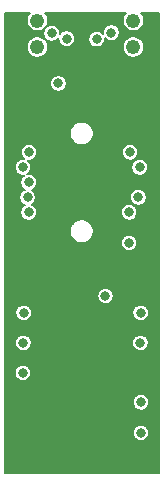
<source format=gbr>
G04 #@! TF.GenerationSoftware,KiCad,Pcbnew,(5.1.10)-1*
G04 #@! TF.CreationDate,2021-10-26T18:23:48-05:00*
G04 #@! TF.ProjectId,samtec_dbg,73616d74-6563-45f6-9462-672e6b696361,rev?*
G04 #@! TF.SameCoordinates,Original*
G04 #@! TF.FileFunction,Copper,L3,Inr*
G04 #@! TF.FilePolarity,Positive*
%FSLAX46Y46*%
G04 Gerber Fmt 4.6, Leading zero omitted, Abs format (unit mm)*
G04 Created by KiCad (PCBNEW (5.1.10)-1) date 2021-10-26 18:23:48*
%MOMM*%
%LPD*%
G01*
G04 APERTURE LIST*
G04 #@! TA.AperFunction,ComponentPad*
%ADD10C,1.218000*%
G04 #@! TD*
G04 #@! TA.AperFunction,ViaPad*
%ADD11C,0.800000*%
G04 #@! TD*
G04 #@! TA.AperFunction,Conductor*
%ADD12C,0.200000*%
G04 #@! TD*
G04 #@! TA.AperFunction,Conductor*
%ADD13C,0.100000*%
G04 #@! TD*
G04 APERTURE END LIST*
D10*
X114364500Y-101175000D03*
X106235500Y-101175000D03*
X114364500Y-103425000D03*
X106235500Y-103425000D03*
D11*
X104000000Y-103000000D03*
X104000000Y-106000000D03*
X115000000Y-107000000D03*
X115000000Y-109000000D03*
X112000000Y-120000000D03*
X110000000Y-121000000D03*
X114000000Y-138000000D03*
X106000000Y-138000000D03*
X105080000Y-125920000D03*
X105525014Y-112330000D03*
X112500000Y-102200000D03*
X114070000Y-112330000D03*
X114980000Y-125920000D03*
X105040000Y-128460000D03*
X105004444Y-113595556D03*
X111252500Y-102752500D03*
X114900000Y-113600000D03*
X114960000Y-128460000D03*
X105000000Y-131000000D03*
X105500000Y-114870000D03*
X109982500Y-102217500D03*
X113970000Y-114870000D03*
X115000000Y-131000000D03*
X105400000Y-116140000D03*
X108712500Y-102712500D03*
X115000000Y-133500000D03*
X114779989Y-116140000D03*
X112000000Y-124500000D03*
X105500000Y-117410000D03*
X108000000Y-106500000D03*
X107442500Y-102257500D03*
X114000000Y-117410000D03*
X115000000Y-136080000D03*
X114000000Y-120000000D03*
X108100000Y-118700000D03*
X107800000Y-110900000D03*
X107200000Y-105400000D03*
X104000000Y-109100000D03*
X104900000Y-121300000D03*
X107800000Y-123600000D03*
D12*
X105529434Y-100595546D02*
X105429955Y-100744427D01*
X105361433Y-100909855D01*
X105326500Y-101085471D01*
X105326500Y-101264529D01*
X105361433Y-101440145D01*
X105429955Y-101605573D01*
X105529434Y-101754454D01*
X105656046Y-101881066D01*
X105804927Y-101980545D01*
X105970355Y-102049067D01*
X106145971Y-102084000D01*
X106325029Y-102084000D01*
X106500645Y-102049067D01*
X106666073Y-101980545D01*
X106814954Y-101881066D01*
X106941566Y-101754454D01*
X107041045Y-101605573D01*
X107109567Y-101440145D01*
X107144500Y-101264529D01*
X107144500Y-101085471D01*
X107109567Y-100909855D01*
X107041045Y-100744427D01*
X106941566Y-100595546D01*
X106846020Y-100500000D01*
X113753980Y-100500000D01*
X113658434Y-100595546D01*
X113558955Y-100744427D01*
X113490433Y-100909855D01*
X113455500Y-101085471D01*
X113455500Y-101264529D01*
X113490433Y-101440145D01*
X113558955Y-101605573D01*
X113658434Y-101754454D01*
X113785046Y-101881066D01*
X113933927Y-101980545D01*
X114099355Y-102049067D01*
X114274971Y-102084000D01*
X114454029Y-102084000D01*
X114629645Y-102049067D01*
X114795073Y-101980545D01*
X114943954Y-101881066D01*
X115070566Y-101754454D01*
X115170045Y-101605573D01*
X115238567Y-101440145D01*
X115273500Y-101264529D01*
X115273500Y-101085471D01*
X115238567Y-100909855D01*
X115170045Y-100744427D01*
X115070566Y-100595546D01*
X114975020Y-100500000D01*
X116500000Y-100500000D01*
X116500000Y-139500000D01*
X103500000Y-139500000D01*
X103500000Y-136011056D01*
X114300000Y-136011056D01*
X114300000Y-136148944D01*
X114326901Y-136284182D01*
X114379668Y-136411574D01*
X114456274Y-136526224D01*
X114553776Y-136623726D01*
X114668426Y-136700332D01*
X114795818Y-136753099D01*
X114931056Y-136780000D01*
X115068944Y-136780000D01*
X115204182Y-136753099D01*
X115331574Y-136700332D01*
X115446224Y-136623726D01*
X115543726Y-136526224D01*
X115620332Y-136411574D01*
X115673099Y-136284182D01*
X115700000Y-136148944D01*
X115700000Y-136011056D01*
X115673099Y-135875818D01*
X115620332Y-135748426D01*
X115543726Y-135633776D01*
X115446224Y-135536274D01*
X115331574Y-135459668D01*
X115204182Y-135406901D01*
X115068944Y-135380000D01*
X114931056Y-135380000D01*
X114795818Y-135406901D01*
X114668426Y-135459668D01*
X114553776Y-135536274D01*
X114456274Y-135633776D01*
X114379668Y-135748426D01*
X114326901Y-135875818D01*
X114300000Y-136011056D01*
X103500000Y-136011056D01*
X103500000Y-133431056D01*
X114300000Y-133431056D01*
X114300000Y-133568944D01*
X114326901Y-133704182D01*
X114379668Y-133831574D01*
X114456274Y-133946224D01*
X114553776Y-134043726D01*
X114668426Y-134120332D01*
X114795818Y-134173099D01*
X114931056Y-134200000D01*
X115068944Y-134200000D01*
X115204182Y-134173099D01*
X115331574Y-134120332D01*
X115446224Y-134043726D01*
X115543726Y-133946224D01*
X115620332Y-133831574D01*
X115673099Y-133704182D01*
X115700000Y-133568944D01*
X115700000Y-133431056D01*
X115673099Y-133295818D01*
X115620332Y-133168426D01*
X115543726Y-133053776D01*
X115446224Y-132956274D01*
X115331574Y-132879668D01*
X115204182Y-132826901D01*
X115068944Y-132800000D01*
X114931056Y-132800000D01*
X114795818Y-132826901D01*
X114668426Y-132879668D01*
X114553776Y-132956274D01*
X114456274Y-133053776D01*
X114379668Y-133168426D01*
X114326901Y-133295818D01*
X114300000Y-133431056D01*
X103500000Y-133431056D01*
X103500000Y-130931056D01*
X104300000Y-130931056D01*
X104300000Y-131068944D01*
X104326901Y-131204182D01*
X104379668Y-131331574D01*
X104456274Y-131446224D01*
X104553776Y-131543726D01*
X104668426Y-131620332D01*
X104795818Y-131673099D01*
X104931056Y-131700000D01*
X105068944Y-131700000D01*
X105204182Y-131673099D01*
X105331574Y-131620332D01*
X105446224Y-131543726D01*
X105543726Y-131446224D01*
X105620332Y-131331574D01*
X105673099Y-131204182D01*
X105700000Y-131068944D01*
X105700000Y-130931056D01*
X105673099Y-130795818D01*
X105620332Y-130668426D01*
X105543726Y-130553776D01*
X105446224Y-130456274D01*
X105331574Y-130379668D01*
X105204182Y-130326901D01*
X105068944Y-130300000D01*
X104931056Y-130300000D01*
X104795818Y-130326901D01*
X104668426Y-130379668D01*
X104553776Y-130456274D01*
X104456274Y-130553776D01*
X104379668Y-130668426D01*
X104326901Y-130795818D01*
X104300000Y-130931056D01*
X103500000Y-130931056D01*
X103500000Y-128391056D01*
X104340000Y-128391056D01*
X104340000Y-128528944D01*
X104366901Y-128664182D01*
X104419668Y-128791574D01*
X104496274Y-128906224D01*
X104593776Y-129003726D01*
X104708426Y-129080332D01*
X104835818Y-129133099D01*
X104971056Y-129160000D01*
X105108944Y-129160000D01*
X105244182Y-129133099D01*
X105371574Y-129080332D01*
X105486224Y-129003726D01*
X105583726Y-128906224D01*
X105660332Y-128791574D01*
X105713099Y-128664182D01*
X105740000Y-128528944D01*
X105740000Y-128391056D01*
X114260000Y-128391056D01*
X114260000Y-128528944D01*
X114286901Y-128664182D01*
X114339668Y-128791574D01*
X114416274Y-128906224D01*
X114513776Y-129003726D01*
X114628426Y-129080332D01*
X114755818Y-129133099D01*
X114891056Y-129160000D01*
X115028944Y-129160000D01*
X115164182Y-129133099D01*
X115291574Y-129080332D01*
X115406224Y-129003726D01*
X115503726Y-128906224D01*
X115580332Y-128791574D01*
X115633099Y-128664182D01*
X115660000Y-128528944D01*
X115660000Y-128391056D01*
X115633099Y-128255818D01*
X115580332Y-128128426D01*
X115503726Y-128013776D01*
X115406224Y-127916274D01*
X115291574Y-127839668D01*
X115164182Y-127786901D01*
X115028944Y-127760000D01*
X114891056Y-127760000D01*
X114755818Y-127786901D01*
X114628426Y-127839668D01*
X114513776Y-127916274D01*
X114416274Y-128013776D01*
X114339668Y-128128426D01*
X114286901Y-128255818D01*
X114260000Y-128391056D01*
X105740000Y-128391056D01*
X105713099Y-128255818D01*
X105660332Y-128128426D01*
X105583726Y-128013776D01*
X105486224Y-127916274D01*
X105371574Y-127839668D01*
X105244182Y-127786901D01*
X105108944Y-127760000D01*
X104971056Y-127760000D01*
X104835818Y-127786901D01*
X104708426Y-127839668D01*
X104593776Y-127916274D01*
X104496274Y-128013776D01*
X104419668Y-128128426D01*
X104366901Y-128255818D01*
X104340000Y-128391056D01*
X103500000Y-128391056D01*
X103500000Y-125851056D01*
X104380000Y-125851056D01*
X104380000Y-125988944D01*
X104406901Y-126124182D01*
X104459668Y-126251574D01*
X104536274Y-126366224D01*
X104633776Y-126463726D01*
X104748426Y-126540332D01*
X104875818Y-126593099D01*
X105011056Y-126620000D01*
X105148944Y-126620000D01*
X105284182Y-126593099D01*
X105411574Y-126540332D01*
X105526224Y-126463726D01*
X105623726Y-126366224D01*
X105700332Y-126251574D01*
X105753099Y-126124182D01*
X105780000Y-125988944D01*
X105780000Y-125851056D01*
X114280000Y-125851056D01*
X114280000Y-125988944D01*
X114306901Y-126124182D01*
X114359668Y-126251574D01*
X114436274Y-126366224D01*
X114533776Y-126463726D01*
X114648426Y-126540332D01*
X114775818Y-126593099D01*
X114911056Y-126620000D01*
X115048944Y-126620000D01*
X115184182Y-126593099D01*
X115311574Y-126540332D01*
X115426224Y-126463726D01*
X115523726Y-126366224D01*
X115600332Y-126251574D01*
X115653099Y-126124182D01*
X115680000Y-125988944D01*
X115680000Y-125851056D01*
X115653099Y-125715818D01*
X115600332Y-125588426D01*
X115523726Y-125473776D01*
X115426224Y-125376274D01*
X115311574Y-125299668D01*
X115184182Y-125246901D01*
X115048944Y-125220000D01*
X114911056Y-125220000D01*
X114775818Y-125246901D01*
X114648426Y-125299668D01*
X114533776Y-125376274D01*
X114436274Y-125473776D01*
X114359668Y-125588426D01*
X114306901Y-125715818D01*
X114280000Y-125851056D01*
X105780000Y-125851056D01*
X105753099Y-125715818D01*
X105700332Y-125588426D01*
X105623726Y-125473776D01*
X105526224Y-125376274D01*
X105411574Y-125299668D01*
X105284182Y-125246901D01*
X105148944Y-125220000D01*
X105011056Y-125220000D01*
X104875818Y-125246901D01*
X104748426Y-125299668D01*
X104633776Y-125376274D01*
X104536274Y-125473776D01*
X104459668Y-125588426D01*
X104406901Y-125715818D01*
X104380000Y-125851056D01*
X103500000Y-125851056D01*
X103500000Y-124431056D01*
X111300000Y-124431056D01*
X111300000Y-124568944D01*
X111326901Y-124704182D01*
X111379668Y-124831574D01*
X111456274Y-124946224D01*
X111553776Y-125043726D01*
X111668426Y-125120332D01*
X111795818Y-125173099D01*
X111931056Y-125200000D01*
X112068944Y-125200000D01*
X112204182Y-125173099D01*
X112331574Y-125120332D01*
X112446224Y-125043726D01*
X112543726Y-124946224D01*
X112620332Y-124831574D01*
X112673099Y-124704182D01*
X112700000Y-124568944D01*
X112700000Y-124431056D01*
X112673099Y-124295818D01*
X112620332Y-124168426D01*
X112543726Y-124053776D01*
X112446224Y-123956274D01*
X112331574Y-123879668D01*
X112204182Y-123826901D01*
X112068944Y-123800000D01*
X111931056Y-123800000D01*
X111795818Y-123826901D01*
X111668426Y-123879668D01*
X111553776Y-123956274D01*
X111456274Y-124053776D01*
X111379668Y-124168426D01*
X111326901Y-124295818D01*
X111300000Y-124431056D01*
X103500000Y-124431056D01*
X103500000Y-118900524D01*
X108990000Y-118900524D01*
X108990000Y-119099476D01*
X109028814Y-119294606D01*
X109104950Y-119478414D01*
X109215482Y-119643837D01*
X109356163Y-119784518D01*
X109521586Y-119895050D01*
X109705394Y-119971186D01*
X109900524Y-120010000D01*
X110099476Y-120010000D01*
X110294606Y-119971186D01*
X110391488Y-119931056D01*
X113300000Y-119931056D01*
X113300000Y-120068944D01*
X113326901Y-120204182D01*
X113379668Y-120331574D01*
X113456274Y-120446224D01*
X113553776Y-120543726D01*
X113668426Y-120620332D01*
X113795818Y-120673099D01*
X113931056Y-120700000D01*
X114068944Y-120700000D01*
X114204182Y-120673099D01*
X114331574Y-120620332D01*
X114446224Y-120543726D01*
X114543726Y-120446224D01*
X114620332Y-120331574D01*
X114673099Y-120204182D01*
X114700000Y-120068944D01*
X114700000Y-119931056D01*
X114673099Y-119795818D01*
X114620332Y-119668426D01*
X114543726Y-119553776D01*
X114446224Y-119456274D01*
X114331574Y-119379668D01*
X114204182Y-119326901D01*
X114068944Y-119300000D01*
X113931056Y-119300000D01*
X113795818Y-119326901D01*
X113668426Y-119379668D01*
X113553776Y-119456274D01*
X113456274Y-119553776D01*
X113379668Y-119668426D01*
X113326901Y-119795818D01*
X113300000Y-119931056D01*
X110391488Y-119931056D01*
X110478414Y-119895050D01*
X110643837Y-119784518D01*
X110784518Y-119643837D01*
X110895050Y-119478414D01*
X110971186Y-119294606D01*
X111010000Y-119099476D01*
X111010000Y-118900524D01*
X110971186Y-118705394D01*
X110895050Y-118521586D01*
X110784518Y-118356163D01*
X110643837Y-118215482D01*
X110478414Y-118104950D01*
X110294606Y-118028814D01*
X110099476Y-117990000D01*
X109900524Y-117990000D01*
X109705394Y-118028814D01*
X109521586Y-118104950D01*
X109356163Y-118215482D01*
X109215482Y-118356163D01*
X109104950Y-118521586D01*
X109028814Y-118705394D01*
X108990000Y-118900524D01*
X103500000Y-118900524D01*
X103500000Y-113526612D01*
X104304444Y-113526612D01*
X104304444Y-113664500D01*
X104331345Y-113799738D01*
X104384112Y-113927130D01*
X104460718Y-114041780D01*
X104558220Y-114139282D01*
X104672870Y-114215888D01*
X104800262Y-114268655D01*
X104935500Y-114295556D01*
X105073388Y-114295556D01*
X105110924Y-114288090D01*
X105053776Y-114326274D01*
X104956274Y-114423776D01*
X104879668Y-114538426D01*
X104826901Y-114665818D01*
X104800000Y-114801056D01*
X104800000Y-114938944D01*
X104826901Y-115074182D01*
X104879668Y-115201574D01*
X104956274Y-115316224D01*
X105053776Y-115413726D01*
X105157261Y-115482872D01*
X105068426Y-115519668D01*
X104953776Y-115596274D01*
X104856274Y-115693776D01*
X104779668Y-115808426D01*
X104726901Y-115935818D01*
X104700000Y-116071056D01*
X104700000Y-116208944D01*
X104726901Y-116344182D01*
X104779668Y-116471574D01*
X104856274Y-116586224D01*
X104953776Y-116683726D01*
X105068426Y-116760332D01*
X105157261Y-116797128D01*
X105053776Y-116866274D01*
X104956274Y-116963776D01*
X104879668Y-117078426D01*
X104826901Y-117205818D01*
X104800000Y-117341056D01*
X104800000Y-117478944D01*
X104826901Y-117614182D01*
X104879668Y-117741574D01*
X104956274Y-117856224D01*
X105053776Y-117953726D01*
X105168426Y-118030332D01*
X105295818Y-118083099D01*
X105431056Y-118110000D01*
X105568944Y-118110000D01*
X105704182Y-118083099D01*
X105831574Y-118030332D01*
X105946224Y-117953726D01*
X106043726Y-117856224D01*
X106120332Y-117741574D01*
X106173099Y-117614182D01*
X106200000Y-117478944D01*
X106200000Y-117341056D01*
X113300000Y-117341056D01*
X113300000Y-117478944D01*
X113326901Y-117614182D01*
X113379668Y-117741574D01*
X113456274Y-117856224D01*
X113553776Y-117953726D01*
X113668426Y-118030332D01*
X113795818Y-118083099D01*
X113931056Y-118110000D01*
X114068944Y-118110000D01*
X114204182Y-118083099D01*
X114331574Y-118030332D01*
X114446224Y-117953726D01*
X114543726Y-117856224D01*
X114620332Y-117741574D01*
X114673099Y-117614182D01*
X114700000Y-117478944D01*
X114700000Y-117341056D01*
X114673099Y-117205818D01*
X114620332Y-117078426D01*
X114543726Y-116963776D01*
X114446224Y-116866274D01*
X114331574Y-116789668D01*
X114204182Y-116736901D01*
X114068944Y-116710000D01*
X113931056Y-116710000D01*
X113795818Y-116736901D01*
X113668426Y-116789668D01*
X113553776Y-116866274D01*
X113456274Y-116963776D01*
X113379668Y-117078426D01*
X113326901Y-117205818D01*
X113300000Y-117341056D01*
X106200000Y-117341056D01*
X106173099Y-117205818D01*
X106120332Y-117078426D01*
X106043726Y-116963776D01*
X105946224Y-116866274D01*
X105831574Y-116789668D01*
X105742739Y-116752872D01*
X105846224Y-116683726D01*
X105943726Y-116586224D01*
X106020332Y-116471574D01*
X106073099Y-116344182D01*
X106100000Y-116208944D01*
X106100000Y-116071056D01*
X114079989Y-116071056D01*
X114079989Y-116208944D01*
X114106890Y-116344182D01*
X114159657Y-116471574D01*
X114236263Y-116586224D01*
X114333765Y-116683726D01*
X114448415Y-116760332D01*
X114575807Y-116813099D01*
X114711045Y-116840000D01*
X114848933Y-116840000D01*
X114984171Y-116813099D01*
X115111563Y-116760332D01*
X115226213Y-116683726D01*
X115323715Y-116586224D01*
X115400321Y-116471574D01*
X115453088Y-116344182D01*
X115479989Y-116208944D01*
X115479989Y-116071056D01*
X115453088Y-115935818D01*
X115400321Y-115808426D01*
X115323715Y-115693776D01*
X115226213Y-115596274D01*
X115111563Y-115519668D01*
X114984171Y-115466901D01*
X114848933Y-115440000D01*
X114711045Y-115440000D01*
X114575807Y-115466901D01*
X114448415Y-115519668D01*
X114333765Y-115596274D01*
X114236263Y-115693776D01*
X114159657Y-115808426D01*
X114106890Y-115935818D01*
X114079989Y-116071056D01*
X106100000Y-116071056D01*
X106073099Y-115935818D01*
X106020332Y-115808426D01*
X105943726Y-115693776D01*
X105846224Y-115596274D01*
X105742739Y-115527128D01*
X105831574Y-115490332D01*
X105946224Y-115413726D01*
X106043726Y-115316224D01*
X106120332Y-115201574D01*
X106173099Y-115074182D01*
X106200000Y-114938944D01*
X106200000Y-114801056D01*
X106173099Y-114665818D01*
X106120332Y-114538426D01*
X106043726Y-114423776D01*
X105946224Y-114326274D01*
X105831574Y-114249668D01*
X105704182Y-114196901D01*
X105568944Y-114170000D01*
X105431056Y-114170000D01*
X105393520Y-114177466D01*
X105450668Y-114139282D01*
X105548170Y-114041780D01*
X105624776Y-113927130D01*
X105677543Y-113799738D01*
X105704444Y-113664500D01*
X105704444Y-113531056D01*
X114200000Y-113531056D01*
X114200000Y-113668944D01*
X114226901Y-113804182D01*
X114279668Y-113931574D01*
X114356274Y-114046224D01*
X114453776Y-114143726D01*
X114568426Y-114220332D01*
X114695818Y-114273099D01*
X114831056Y-114300000D01*
X114968944Y-114300000D01*
X115104182Y-114273099D01*
X115231574Y-114220332D01*
X115346224Y-114143726D01*
X115443726Y-114046224D01*
X115520332Y-113931574D01*
X115573099Y-113804182D01*
X115600000Y-113668944D01*
X115600000Y-113531056D01*
X115573099Y-113395818D01*
X115520332Y-113268426D01*
X115443726Y-113153776D01*
X115346224Y-113056274D01*
X115231574Y-112979668D01*
X115104182Y-112926901D01*
X114968944Y-112900000D01*
X114831056Y-112900000D01*
X114695818Y-112926901D01*
X114568426Y-112979668D01*
X114453776Y-113056274D01*
X114356274Y-113153776D01*
X114279668Y-113268426D01*
X114226901Y-113395818D01*
X114200000Y-113531056D01*
X105704444Y-113531056D01*
X105704444Y-113526612D01*
X105677543Y-113391374D01*
X105624776Y-113263982D01*
X105548170Y-113149332D01*
X105450668Y-113051830D01*
X105401858Y-113019216D01*
X105456070Y-113030000D01*
X105593958Y-113030000D01*
X105729196Y-113003099D01*
X105856588Y-112950332D01*
X105971238Y-112873726D01*
X106068740Y-112776224D01*
X106145346Y-112661574D01*
X106198113Y-112534182D01*
X106225014Y-112398944D01*
X106225014Y-112261056D01*
X113370000Y-112261056D01*
X113370000Y-112398944D01*
X113396901Y-112534182D01*
X113449668Y-112661574D01*
X113526274Y-112776224D01*
X113623776Y-112873726D01*
X113738426Y-112950332D01*
X113865818Y-113003099D01*
X114001056Y-113030000D01*
X114138944Y-113030000D01*
X114274182Y-113003099D01*
X114401574Y-112950332D01*
X114516224Y-112873726D01*
X114613726Y-112776224D01*
X114690332Y-112661574D01*
X114743099Y-112534182D01*
X114770000Y-112398944D01*
X114770000Y-112261056D01*
X114743099Y-112125818D01*
X114690332Y-111998426D01*
X114613726Y-111883776D01*
X114516224Y-111786274D01*
X114401574Y-111709668D01*
X114274182Y-111656901D01*
X114138944Y-111630000D01*
X114001056Y-111630000D01*
X113865818Y-111656901D01*
X113738426Y-111709668D01*
X113623776Y-111786274D01*
X113526274Y-111883776D01*
X113449668Y-111998426D01*
X113396901Y-112125818D01*
X113370000Y-112261056D01*
X106225014Y-112261056D01*
X106198113Y-112125818D01*
X106145346Y-111998426D01*
X106068740Y-111883776D01*
X105971238Y-111786274D01*
X105856588Y-111709668D01*
X105729196Y-111656901D01*
X105593958Y-111630000D01*
X105456070Y-111630000D01*
X105320832Y-111656901D01*
X105193440Y-111709668D01*
X105078790Y-111786274D01*
X104981288Y-111883776D01*
X104904682Y-111998426D01*
X104851915Y-112125818D01*
X104825014Y-112261056D01*
X104825014Y-112398944D01*
X104851915Y-112534182D01*
X104904682Y-112661574D01*
X104981288Y-112776224D01*
X105078790Y-112873726D01*
X105127600Y-112906340D01*
X105073388Y-112895556D01*
X104935500Y-112895556D01*
X104800262Y-112922457D01*
X104672870Y-112975224D01*
X104558220Y-113051830D01*
X104460718Y-113149332D01*
X104384112Y-113263982D01*
X104331345Y-113391374D01*
X104304444Y-113526612D01*
X103500000Y-113526612D01*
X103500000Y-110640524D01*
X108990000Y-110640524D01*
X108990000Y-110839476D01*
X109028814Y-111034606D01*
X109104950Y-111218414D01*
X109215482Y-111383837D01*
X109356163Y-111524518D01*
X109521586Y-111635050D01*
X109705394Y-111711186D01*
X109900524Y-111750000D01*
X110099476Y-111750000D01*
X110294606Y-111711186D01*
X110478414Y-111635050D01*
X110643837Y-111524518D01*
X110784518Y-111383837D01*
X110895050Y-111218414D01*
X110971186Y-111034606D01*
X111010000Y-110839476D01*
X111010000Y-110640524D01*
X110971186Y-110445394D01*
X110895050Y-110261586D01*
X110784518Y-110096163D01*
X110643837Y-109955482D01*
X110478414Y-109844950D01*
X110294606Y-109768814D01*
X110099476Y-109730000D01*
X109900524Y-109730000D01*
X109705394Y-109768814D01*
X109521586Y-109844950D01*
X109356163Y-109955482D01*
X109215482Y-110096163D01*
X109104950Y-110261586D01*
X109028814Y-110445394D01*
X108990000Y-110640524D01*
X103500000Y-110640524D01*
X103500000Y-106431056D01*
X107300000Y-106431056D01*
X107300000Y-106568944D01*
X107326901Y-106704182D01*
X107379668Y-106831574D01*
X107456274Y-106946224D01*
X107553776Y-107043726D01*
X107668426Y-107120332D01*
X107795818Y-107173099D01*
X107931056Y-107200000D01*
X108068944Y-107200000D01*
X108204182Y-107173099D01*
X108331574Y-107120332D01*
X108446224Y-107043726D01*
X108543726Y-106946224D01*
X108620332Y-106831574D01*
X108673099Y-106704182D01*
X108700000Y-106568944D01*
X108700000Y-106431056D01*
X108673099Y-106295818D01*
X108620332Y-106168426D01*
X108543726Y-106053776D01*
X108446224Y-105956274D01*
X108331574Y-105879668D01*
X108204182Y-105826901D01*
X108068944Y-105800000D01*
X107931056Y-105800000D01*
X107795818Y-105826901D01*
X107668426Y-105879668D01*
X107553776Y-105956274D01*
X107456274Y-106053776D01*
X107379668Y-106168426D01*
X107326901Y-106295818D01*
X107300000Y-106431056D01*
X103500000Y-106431056D01*
X103500000Y-103335471D01*
X105326500Y-103335471D01*
X105326500Y-103514529D01*
X105361433Y-103690145D01*
X105429955Y-103855573D01*
X105529434Y-104004454D01*
X105656046Y-104131066D01*
X105804927Y-104230545D01*
X105970355Y-104299067D01*
X106145971Y-104334000D01*
X106325029Y-104334000D01*
X106500645Y-104299067D01*
X106666073Y-104230545D01*
X106814954Y-104131066D01*
X106941566Y-104004454D01*
X107041045Y-103855573D01*
X107109567Y-103690145D01*
X107144500Y-103514529D01*
X107144500Y-103335471D01*
X107109567Y-103159855D01*
X107041045Y-102994427D01*
X106941566Y-102845546D01*
X106814954Y-102718934D01*
X106666073Y-102619455D01*
X106500645Y-102550933D01*
X106325029Y-102516000D01*
X106145971Y-102516000D01*
X105970355Y-102550933D01*
X105804927Y-102619455D01*
X105656046Y-102718934D01*
X105529434Y-102845546D01*
X105429955Y-102994427D01*
X105361433Y-103159855D01*
X105326500Y-103335471D01*
X103500000Y-103335471D01*
X103500000Y-102188556D01*
X106742500Y-102188556D01*
X106742500Y-102326444D01*
X106769401Y-102461682D01*
X106822168Y-102589074D01*
X106898774Y-102703724D01*
X106996276Y-102801226D01*
X107110926Y-102877832D01*
X107238318Y-102930599D01*
X107373556Y-102957500D01*
X107511444Y-102957500D01*
X107646682Y-102930599D01*
X107774074Y-102877832D01*
X107888724Y-102801226D01*
X107986226Y-102703724D01*
X108012500Y-102664402D01*
X108012500Y-102781444D01*
X108039401Y-102916682D01*
X108092168Y-103044074D01*
X108168774Y-103158724D01*
X108266276Y-103256226D01*
X108380926Y-103332832D01*
X108508318Y-103385599D01*
X108643556Y-103412500D01*
X108781444Y-103412500D01*
X108916682Y-103385599D01*
X109044074Y-103332832D01*
X109158724Y-103256226D01*
X109256226Y-103158724D01*
X109332832Y-103044074D01*
X109385599Y-102916682D01*
X109412500Y-102781444D01*
X109412500Y-102683556D01*
X110552500Y-102683556D01*
X110552500Y-102821444D01*
X110579401Y-102956682D01*
X110632168Y-103084074D01*
X110708774Y-103198724D01*
X110806276Y-103296226D01*
X110920926Y-103372832D01*
X111048318Y-103425599D01*
X111183556Y-103452500D01*
X111321444Y-103452500D01*
X111456682Y-103425599D01*
X111584074Y-103372832D01*
X111639989Y-103335471D01*
X113455500Y-103335471D01*
X113455500Y-103514529D01*
X113490433Y-103690145D01*
X113558955Y-103855573D01*
X113658434Y-104004454D01*
X113785046Y-104131066D01*
X113933927Y-104230545D01*
X114099355Y-104299067D01*
X114274971Y-104334000D01*
X114454029Y-104334000D01*
X114629645Y-104299067D01*
X114795073Y-104230545D01*
X114943954Y-104131066D01*
X115070566Y-104004454D01*
X115170045Y-103855573D01*
X115238567Y-103690145D01*
X115273500Y-103514529D01*
X115273500Y-103335471D01*
X115238567Y-103159855D01*
X115170045Y-102994427D01*
X115070566Y-102845546D01*
X114943954Y-102718934D01*
X114795073Y-102619455D01*
X114629645Y-102550933D01*
X114454029Y-102516000D01*
X114274971Y-102516000D01*
X114099355Y-102550933D01*
X113933927Y-102619455D01*
X113785046Y-102718934D01*
X113658434Y-102845546D01*
X113558955Y-102994427D01*
X113490433Y-103159855D01*
X113455500Y-103335471D01*
X111639989Y-103335471D01*
X111698724Y-103296226D01*
X111796226Y-103198724D01*
X111872832Y-103084074D01*
X111925599Y-102956682D01*
X111952500Y-102821444D01*
X111952500Y-102683556D01*
X111940326Y-102622357D01*
X111956274Y-102646224D01*
X112053776Y-102743726D01*
X112168426Y-102820332D01*
X112295818Y-102873099D01*
X112431056Y-102900000D01*
X112568944Y-102900000D01*
X112704182Y-102873099D01*
X112831574Y-102820332D01*
X112946224Y-102743726D01*
X113043726Y-102646224D01*
X113120332Y-102531574D01*
X113173099Y-102404182D01*
X113200000Y-102268944D01*
X113200000Y-102131056D01*
X113173099Y-101995818D01*
X113120332Y-101868426D01*
X113043726Y-101753776D01*
X112946224Y-101656274D01*
X112831574Y-101579668D01*
X112704182Y-101526901D01*
X112568944Y-101500000D01*
X112431056Y-101500000D01*
X112295818Y-101526901D01*
X112168426Y-101579668D01*
X112053776Y-101656274D01*
X111956274Y-101753776D01*
X111879668Y-101868426D01*
X111826901Y-101995818D01*
X111800000Y-102131056D01*
X111800000Y-102268944D01*
X111812174Y-102330143D01*
X111796226Y-102306276D01*
X111698724Y-102208774D01*
X111584074Y-102132168D01*
X111456682Y-102079401D01*
X111321444Y-102052500D01*
X111183556Y-102052500D01*
X111048318Y-102079401D01*
X110920926Y-102132168D01*
X110806276Y-102208774D01*
X110708774Y-102306276D01*
X110632168Y-102420926D01*
X110579401Y-102548318D01*
X110552500Y-102683556D01*
X109412500Y-102683556D01*
X109412500Y-102643556D01*
X109385599Y-102508318D01*
X109332832Y-102380926D01*
X109256226Y-102266276D01*
X109158724Y-102168774D01*
X109044074Y-102092168D01*
X108916682Y-102039401D01*
X108781444Y-102012500D01*
X108643556Y-102012500D01*
X108508318Y-102039401D01*
X108380926Y-102092168D01*
X108266276Y-102168774D01*
X108168774Y-102266276D01*
X108142500Y-102305598D01*
X108142500Y-102188556D01*
X108115599Y-102053318D01*
X108062832Y-101925926D01*
X107986226Y-101811276D01*
X107888724Y-101713774D01*
X107774074Y-101637168D01*
X107646682Y-101584401D01*
X107511444Y-101557500D01*
X107373556Y-101557500D01*
X107238318Y-101584401D01*
X107110926Y-101637168D01*
X106996276Y-101713774D01*
X106898774Y-101811276D01*
X106822168Y-101925926D01*
X106769401Y-102053318D01*
X106742500Y-102188556D01*
X103500000Y-102188556D01*
X103500000Y-100500000D01*
X105624980Y-100500000D01*
X105529434Y-100595546D01*
G04 #@! TA.AperFunction,Conductor*
D13*
G36*
X105529434Y-100595546D02*
G01*
X105429955Y-100744427D01*
X105361433Y-100909855D01*
X105326500Y-101085471D01*
X105326500Y-101264529D01*
X105361433Y-101440145D01*
X105429955Y-101605573D01*
X105529434Y-101754454D01*
X105656046Y-101881066D01*
X105804927Y-101980545D01*
X105970355Y-102049067D01*
X106145971Y-102084000D01*
X106325029Y-102084000D01*
X106500645Y-102049067D01*
X106666073Y-101980545D01*
X106814954Y-101881066D01*
X106941566Y-101754454D01*
X107041045Y-101605573D01*
X107109567Y-101440145D01*
X107144500Y-101264529D01*
X107144500Y-101085471D01*
X107109567Y-100909855D01*
X107041045Y-100744427D01*
X106941566Y-100595546D01*
X106846020Y-100500000D01*
X113753980Y-100500000D01*
X113658434Y-100595546D01*
X113558955Y-100744427D01*
X113490433Y-100909855D01*
X113455500Y-101085471D01*
X113455500Y-101264529D01*
X113490433Y-101440145D01*
X113558955Y-101605573D01*
X113658434Y-101754454D01*
X113785046Y-101881066D01*
X113933927Y-101980545D01*
X114099355Y-102049067D01*
X114274971Y-102084000D01*
X114454029Y-102084000D01*
X114629645Y-102049067D01*
X114795073Y-101980545D01*
X114943954Y-101881066D01*
X115070566Y-101754454D01*
X115170045Y-101605573D01*
X115238567Y-101440145D01*
X115273500Y-101264529D01*
X115273500Y-101085471D01*
X115238567Y-100909855D01*
X115170045Y-100744427D01*
X115070566Y-100595546D01*
X114975020Y-100500000D01*
X116500000Y-100500000D01*
X116500000Y-139500000D01*
X103500000Y-139500000D01*
X103500000Y-136011056D01*
X114300000Y-136011056D01*
X114300000Y-136148944D01*
X114326901Y-136284182D01*
X114379668Y-136411574D01*
X114456274Y-136526224D01*
X114553776Y-136623726D01*
X114668426Y-136700332D01*
X114795818Y-136753099D01*
X114931056Y-136780000D01*
X115068944Y-136780000D01*
X115204182Y-136753099D01*
X115331574Y-136700332D01*
X115446224Y-136623726D01*
X115543726Y-136526224D01*
X115620332Y-136411574D01*
X115673099Y-136284182D01*
X115700000Y-136148944D01*
X115700000Y-136011056D01*
X115673099Y-135875818D01*
X115620332Y-135748426D01*
X115543726Y-135633776D01*
X115446224Y-135536274D01*
X115331574Y-135459668D01*
X115204182Y-135406901D01*
X115068944Y-135380000D01*
X114931056Y-135380000D01*
X114795818Y-135406901D01*
X114668426Y-135459668D01*
X114553776Y-135536274D01*
X114456274Y-135633776D01*
X114379668Y-135748426D01*
X114326901Y-135875818D01*
X114300000Y-136011056D01*
X103500000Y-136011056D01*
X103500000Y-133431056D01*
X114300000Y-133431056D01*
X114300000Y-133568944D01*
X114326901Y-133704182D01*
X114379668Y-133831574D01*
X114456274Y-133946224D01*
X114553776Y-134043726D01*
X114668426Y-134120332D01*
X114795818Y-134173099D01*
X114931056Y-134200000D01*
X115068944Y-134200000D01*
X115204182Y-134173099D01*
X115331574Y-134120332D01*
X115446224Y-134043726D01*
X115543726Y-133946224D01*
X115620332Y-133831574D01*
X115673099Y-133704182D01*
X115700000Y-133568944D01*
X115700000Y-133431056D01*
X115673099Y-133295818D01*
X115620332Y-133168426D01*
X115543726Y-133053776D01*
X115446224Y-132956274D01*
X115331574Y-132879668D01*
X115204182Y-132826901D01*
X115068944Y-132800000D01*
X114931056Y-132800000D01*
X114795818Y-132826901D01*
X114668426Y-132879668D01*
X114553776Y-132956274D01*
X114456274Y-133053776D01*
X114379668Y-133168426D01*
X114326901Y-133295818D01*
X114300000Y-133431056D01*
X103500000Y-133431056D01*
X103500000Y-130931056D01*
X104300000Y-130931056D01*
X104300000Y-131068944D01*
X104326901Y-131204182D01*
X104379668Y-131331574D01*
X104456274Y-131446224D01*
X104553776Y-131543726D01*
X104668426Y-131620332D01*
X104795818Y-131673099D01*
X104931056Y-131700000D01*
X105068944Y-131700000D01*
X105204182Y-131673099D01*
X105331574Y-131620332D01*
X105446224Y-131543726D01*
X105543726Y-131446224D01*
X105620332Y-131331574D01*
X105673099Y-131204182D01*
X105700000Y-131068944D01*
X105700000Y-130931056D01*
X105673099Y-130795818D01*
X105620332Y-130668426D01*
X105543726Y-130553776D01*
X105446224Y-130456274D01*
X105331574Y-130379668D01*
X105204182Y-130326901D01*
X105068944Y-130300000D01*
X104931056Y-130300000D01*
X104795818Y-130326901D01*
X104668426Y-130379668D01*
X104553776Y-130456274D01*
X104456274Y-130553776D01*
X104379668Y-130668426D01*
X104326901Y-130795818D01*
X104300000Y-130931056D01*
X103500000Y-130931056D01*
X103500000Y-128391056D01*
X104340000Y-128391056D01*
X104340000Y-128528944D01*
X104366901Y-128664182D01*
X104419668Y-128791574D01*
X104496274Y-128906224D01*
X104593776Y-129003726D01*
X104708426Y-129080332D01*
X104835818Y-129133099D01*
X104971056Y-129160000D01*
X105108944Y-129160000D01*
X105244182Y-129133099D01*
X105371574Y-129080332D01*
X105486224Y-129003726D01*
X105583726Y-128906224D01*
X105660332Y-128791574D01*
X105713099Y-128664182D01*
X105740000Y-128528944D01*
X105740000Y-128391056D01*
X114260000Y-128391056D01*
X114260000Y-128528944D01*
X114286901Y-128664182D01*
X114339668Y-128791574D01*
X114416274Y-128906224D01*
X114513776Y-129003726D01*
X114628426Y-129080332D01*
X114755818Y-129133099D01*
X114891056Y-129160000D01*
X115028944Y-129160000D01*
X115164182Y-129133099D01*
X115291574Y-129080332D01*
X115406224Y-129003726D01*
X115503726Y-128906224D01*
X115580332Y-128791574D01*
X115633099Y-128664182D01*
X115660000Y-128528944D01*
X115660000Y-128391056D01*
X115633099Y-128255818D01*
X115580332Y-128128426D01*
X115503726Y-128013776D01*
X115406224Y-127916274D01*
X115291574Y-127839668D01*
X115164182Y-127786901D01*
X115028944Y-127760000D01*
X114891056Y-127760000D01*
X114755818Y-127786901D01*
X114628426Y-127839668D01*
X114513776Y-127916274D01*
X114416274Y-128013776D01*
X114339668Y-128128426D01*
X114286901Y-128255818D01*
X114260000Y-128391056D01*
X105740000Y-128391056D01*
X105713099Y-128255818D01*
X105660332Y-128128426D01*
X105583726Y-128013776D01*
X105486224Y-127916274D01*
X105371574Y-127839668D01*
X105244182Y-127786901D01*
X105108944Y-127760000D01*
X104971056Y-127760000D01*
X104835818Y-127786901D01*
X104708426Y-127839668D01*
X104593776Y-127916274D01*
X104496274Y-128013776D01*
X104419668Y-128128426D01*
X104366901Y-128255818D01*
X104340000Y-128391056D01*
X103500000Y-128391056D01*
X103500000Y-125851056D01*
X104380000Y-125851056D01*
X104380000Y-125988944D01*
X104406901Y-126124182D01*
X104459668Y-126251574D01*
X104536274Y-126366224D01*
X104633776Y-126463726D01*
X104748426Y-126540332D01*
X104875818Y-126593099D01*
X105011056Y-126620000D01*
X105148944Y-126620000D01*
X105284182Y-126593099D01*
X105411574Y-126540332D01*
X105526224Y-126463726D01*
X105623726Y-126366224D01*
X105700332Y-126251574D01*
X105753099Y-126124182D01*
X105780000Y-125988944D01*
X105780000Y-125851056D01*
X114280000Y-125851056D01*
X114280000Y-125988944D01*
X114306901Y-126124182D01*
X114359668Y-126251574D01*
X114436274Y-126366224D01*
X114533776Y-126463726D01*
X114648426Y-126540332D01*
X114775818Y-126593099D01*
X114911056Y-126620000D01*
X115048944Y-126620000D01*
X115184182Y-126593099D01*
X115311574Y-126540332D01*
X115426224Y-126463726D01*
X115523726Y-126366224D01*
X115600332Y-126251574D01*
X115653099Y-126124182D01*
X115680000Y-125988944D01*
X115680000Y-125851056D01*
X115653099Y-125715818D01*
X115600332Y-125588426D01*
X115523726Y-125473776D01*
X115426224Y-125376274D01*
X115311574Y-125299668D01*
X115184182Y-125246901D01*
X115048944Y-125220000D01*
X114911056Y-125220000D01*
X114775818Y-125246901D01*
X114648426Y-125299668D01*
X114533776Y-125376274D01*
X114436274Y-125473776D01*
X114359668Y-125588426D01*
X114306901Y-125715818D01*
X114280000Y-125851056D01*
X105780000Y-125851056D01*
X105753099Y-125715818D01*
X105700332Y-125588426D01*
X105623726Y-125473776D01*
X105526224Y-125376274D01*
X105411574Y-125299668D01*
X105284182Y-125246901D01*
X105148944Y-125220000D01*
X105011056Y-125220000D01*
X104875818Y-125246901D01*
X104748426Y-125299668D01*
X104633776Y-125376274D01*
X104536274Y-125473776D01*
X104459668Y-125588426D01*
X104406901Y-125715818D01*
X104380000Y-125851056D01*
X103500000Y-125851056D01*
X103500000Y-124431056D01*
X111300000Y-124431056D01*
X111300000Y-124568944D01*
X111326901Y-124704182D01*
X111379668Y-124831574D01*
X111456274Y-124946224D01*
X111553776Y-125043726D01*
X111668426Y-125120332D01*
X111795818Y-125173099D01*
X111931056Y-125200000D01*
X112068944Y-125200000D01*
X112204182Y-125173099D01*
X112331574Y-125120332D01*
X112446224Y-125043726D01*
X112543726Y-124946224D01*
X112620332Y-124831574D01*
X112673099Y-124704182D01*
X112700000Y-124568944D01*
X112700000Y-124431056D01*
X112673099Y-124295818D01*
X112620332Y-124168426D01*
X112543726Y-124053776D01*
X112446224Y-123956274D01*
X112331574Y-123879668D01*
X112204182Y-123826901D01*
X112068944Y-123800000D01*
X111931056Y-123800000D01*
X111795818Y-123826901D01*
X111668426Y-123879668D01*
X111553776Y-123956274D01*
X111456274Y-124053776D01*
X111379668Y-124168426D01*
X111326901Y-124295818D01*
X111300000Y-124431056D01*
X103500000Y-124431056D01*
X103500000Y-118900524D01*
X108990000Y-118900524D01*
X108990000Y-119099476D01*
X109028814Y-119294606D01*
X109104950Y-119478414D01*
X109215482Y-119643837D01*
X109356163Y-119784518D01*
X109521586Y-119895050D01*
X109705394Y-119971186D01*
X109900524Y-120010000D01*
X110099476Y-120010000D01*
X110294606Y-119971186D01*
X110391488Y-119931056D01*
X113300000Y-119931056D01*
X113300000Y-120068944D01*
X113326901Y-120204182D01*
X113379668Y-120331574D01*
X113456274Y-120446224D01*
X113553776Y-120543726D01*
X113668426Y-120620332D01*
X113795818Y-120673099D01*
X113931056Y-120700000D01*
X114068944Y-120700000D01*
X114204182Y-120673099D01*
X114331574Y-120620332D01*
X114446224Y-120543726D01*
X114543726Y-120446224D01*
X114620332Y-120331574D01*
X114673099Y-120204182D01*
X114700000Y-120068944D01*
X114700000Y-119931056D01*
X114673099Y-119795818D01*
X114620332Y-119668426D01*
X114543726Y-119553776D01*
X114446224Y-119456274D01*
X114331574Y-119379668D01*
X114204182Y-119326901D01*
X114068944Y-119300000D01*
X113931056Y-119300000D01*
X113795818Y-119326901D01*
X113668426Y-119379668D01*
X113553776Y-119456274D01*
X113456274Y-119553776D01*
X113379668Y-119668426D01*
X113326901Y-119795818D01*
X113300000Y-119931056D01*
X110391488Y-119931056D01*
X110478414Y-119895050D01*
X110643837Y-119784518D01*
X110784518Y-119643837D01*
X110895050Y-119478414D01*
X110971186Y-119294606D01*
X111010000Y-119099476D01*
X111010000Y-118900524D01*
X110971186Y-118705394D01*
X110895050Y-118521586D01*
X110784518Y-118356163D01*
X110643837Y-118215482D01*
X110478414Y-118104950D01*
X110294606Y-118028814D01*
X110099476Y-117990000D01*
X109900524Y-117990000D01*
X109705394Y-118028814D01*
X109521586Y-118104950D01*
X109356163Y-118215482D01*
X109215482Y-118356163D01*
X109104950Y-118521586D01*
X109028814Y-118705394D01*
X108990000Y-118900524D01*
X103500000Y-118900524D01*
X103500000Y-113526612D01*
X104304444Y-113526612D01*
X104304444Y-113664500D01*
X104331345Y-113799738D01*
X104384112Y-113927130D01*
X104460718Y-114041780D01*
X104558220Y-114139282D01*
X104672870Y-114215888D01*
X104800262Y-114268655D01*
X104935500Y-114295556D01*
X105073388Y-114295556D01*
X105110924Y-114288090D01*
X105053776Y-114326274D01*
X104956274Y-114423776D01*
X104879668Y-114538426D01*
X104826901Y-114665818D01*
X104800000Y-114801056D01*
X104800000Y-114938944D01*
X104826901Y-115074182D01*
X104879668Y-115201574D01*
X104956274Y-115316224D01*
X105053776Y-115413726D01*
X105157261Y-115482872D01*
X105068426Y-115519668D01*
X104953776Y-115596274D01*
X104856274Y-115693776D01*
X104779668Y-115808426D01*
X104726901Y-115935818D01*
X104700000Y-116071056D01*
X104700000Y-116208944D01*
X104726901Y-116344182D01*
X104779668Y-116471574D01*
X104856274Y-116586224D01*
X104953776Y-116683726D01*
X105068426Y-116760332D01*
X105157261Y-116797128D01*
X105053776Y-116866274D01*
X104956274Y-116963776D01*
X104879668Y-117078426D01*
X104826901Y-117205818D01*
X104800000Y-117341056D01*
X104800000Y-117478944D01*
X104826901Y-117614182D01*
X104879668Y-117741574D01*
X104956274Y-117856224D01*
X105053776Y-117953726D01*
X105168426Y-118030332D01*
X105295818Y-118083099D01*
X105431056Y-118110000D01*
X105568944Y-118110000D01*
X105704182Y-118083099D01*
X105831574Y-118030332D01*
X105946224Y-117953726D01*
X106043726Y-117856224D01*
X106120332Y-117741574D01*
X106173099Y-117614182D01*
X106200000Y-117478944D01*
X106200000Y-117341056D01*
X113300000Y-117341056D01*
X113300000Y-117478944D01*
X113326901Y-117614182D01*
X113379668Y-117741574D01*
X113456274Y-117856224D01*
X113553776Y-117953726D01*
X113668426Y-118030332D01*
X113795818Y-118083099D01*
X113931056Y-118110000D01*
X114068944Y-118110000D01*
X114204182Y-118083099D01*
X114331574Y-118030332D01*
X114446224Y-117953726D01*
X114543726Y-117856224D01*
X114620332Y-117741574D01*
X114673099Y-117614182D01*
X114700000Y-117478944D01*
X114700000Y-117341056D01*
X114673099Y-117205818D01*
X114620332Y-117078426D01*
X114543726Y-116963776D01*
X114446224Y-116866274D01*
X114331574Y-116789668D01*
X114204182Y-116736901D01*
X114068944Y-116710000D01*
X113931056Y-116710000D01*
X113795818Y-116736901D01*
X113668426Y-116789668D01*
X113553776Y-116866274D01*
X113456274Y-116963776D01*
X113379668Y-117078426D01*
X113326901Y-117205818D01*
X113300000Y-117341056D01*
X106200000Y-117341056D01*
X106173099Y-117205818D01*
X106120332Y-117078426D01*
X106043726Y-116963776D01*
X105946224Y-116866274D01*
X105831574Y-116789668D01*
X105742739Y-116752872D01*
X105846224Y-116683726D01*
X105943726Y-116586224D01*
X106020332Y-116471574D01*
X106073099Y-116344182D01*
X106100000Y-116208944D01*
X106100000Y-116071056D01*
X114079989Y-116071056D01*
X114079989Y-116208944D01*
X114106890Y-116344182D01*
X114159657Y-116471574D01*
X114236263Y-116586224D01*
X114333765Y-116683726D01*
X114448415Y-116760332D01*
X114575807Y-116813099D01*
X114711045Y-116840000D01*
X114848933Y-116840000D01*
X114984171Y-116813099D01*
X115111563Y-116760332D01*
X115226213Y-116683726D01*
X115323715Y-116586224D01*
X115400321Y-116471574D01*
X115453088Y-116344182D01*
X115479989Y-116208944D01*
X115479989Y-116071056D01*
X115453088Y-115935818D01*
X115400321Y-115808426D01*
X115323715Y-115693776D01*
X115226213Y-115596274D01*
X115111563Y-115519668D01*
X114984171Y-115466901D01*
X114848933Y-115440000D01*
X114711045Y-115440000D01*
X114575807Y-115466901D01*
X114448415Y-115519668D01*
X114333765Y-115596274D01*
X114236263Y-115693776D01*
X114159657Y-115808426D01*
X114106890Y-115935818D01*
X114079989Y-116071056D01*
X106100000Y-116071056D01*
X106073099Y-115935818D01*
X106020332Y-115808426D01*
X105943726Y-115693776D01*
X105846224Y-115596274D01*
X105742739Y-115527128D01*
X105831574Y-115490332D01*
X105946224Y-115413726D01*
X106043726Y-115316224D01*
X106120332Y-115201574D01*
X106173099Y-115074182D01*
X106200000Y-114938944D01*
X106200000Y-114801056D01*
X106173099Y-114665818D01*
X106120332Y-114538426D01*
X106043726Y-114423776D01*
X105946224Y-114326274D01*
X105831574Y-114249668D01*
X105704182Y-114196901D01*
X105568944Y-114170000D01*
X105431056Y-114170000D01*
X105393520Y-114177466D01*
X105450668Y-114139282D01*
X105548170Y-114041780D01*
X105624776Y-113927130D01*
X105677543Y-113799738D01*
X105704444Y-113664500D01*
X105704444Y-113531056D01*
X114200000Y-113531056D01*
X114200000Y-113668944D01*
X114226901Y-113804182D01*
X114279668Y-113931574D01*
X114356274Y-114046224D01*
X114453776Y-114143726D01*
X114568426Y-114220332D01*
X114695818Y-114273099D01*
X114831056Y-114300000D01*
X114968944Y-114300000D01*
X115104182Y-114273099D01*
X115231574Y-114220332D01*
X115346224Y-114143726D01*
X115443726Y-114046224D01*
X115520332Y-113931574D01*
X115573099Y-113804182D01*
X115600000Y-113668944D01*
X115600000Y-113531056D01*
X115573099Y-113395818D01*
X115520332Y-113268426D01*
X115443726Y-113153776D01*
X115346224Y-113056274D01*
X115231574Y-112979668D01*
X115104182Y-112926901D01*
X114968944Y-112900000D01*
X114831056Y-112900000D01*
X114695818Y-112926901D01*
X114568426Y-112979668D01*
X114453776Y-113056274D01*
X114356274Y-113153776D01*
X114279668Y-113268426D01*
X114226901Y-113395818D01*
X114200000Y-113531056D01*
X105704444Y-113531056D01*
X105704444Y-113526612D01*
X105677543Y-113391374D01*
X105624776Y-113263982D01*
X105548170Y-113149332D01*
X105450668Y-113051830D01*
X105401858Y-113019216D01*
X105456070Y-113030000D01*
X105593958Y-113030000D01*
X105729196Y-113003099D01*
X105856588Y-112950332D01*
X105971238Y-112873726D01*
X106068740Y-112776224D01*
X106145346Y-112661574D01*
X106198113Y-112534182D01*
X106225014Y-112398944D01*
X106225014Y-112261056D01*
X113370000Y-112261056D01*
X113370000Y-112398944D01*
X113396901Y-112534182D01*
X113449668Y-112661574D01*
X113526274Y-112776224D01*
X113623776Y-112873726D01*
X113738426Y-112950332D01*
X113865818Y-113003099D01*
X114001056Y-113030000D01*
X114138944Y-113030000D01*
X114274182Y-113003099D01*
X114401574Y-112950332D01*
X114516224Y-112873726D01*
X114613726Y-112776224D01*
X114690332Y-112661574D01*
X114743099Y-112534182D01*
X114770000Y-112398944D01*
X114770000Y-112261056D01*
X114743099Y-112125818D01*
X114690332Y-111998426D01*
X114613726Y-111883776D01*
X114516224Y-111786274D01*
X114401574Y-111709668D01*
X114274182Y-111656901D01*
X114138944Y-111630000D01*
X114001056Y-111630000D01*
X113865818Y-111656901D01*
X113738426Y-111709668D01*
X113623776Y-111786274D01*
X113526274Y-111883776D01*
X113449668Y-111998426D01*
X113396901Y-112125818D01*
X113370000Y-112261056D01*
X106225014Y-112261056D01*
X106198113Y-112125818D01*
X106145346Y-111998426D01*
X106068740Y-111883776D01*
X105971238Y-111786274D01*
X105856588Y-111709668D01*
X105729196Y-111656901D01*
X105593958Y-111630000D01*
X105456070Y-111630000D01*
X105320832Y-111656901D01*
X105193440Y-111709668D01*
X105078790Y-111786274D01*
X104981288Y-111883776D01*
X104904682Y-111998426D01*
X104851915Y-112125818D01*
X104825014Y-112261056D01*
X104825014Y-112398944D01*
X104851915Y-112534182D01*
X104904682Y-112661574D01*
X104981288Y-112776224D01*
X105078790Y-112873726D01*
X105127600Y-112906340D01*
X105073388Y-112895556D01*
X104935500Y-112895556D01*
X104800262Y-112922457D01*
X104672870Y-112975224D01*
X104558220Y-113051830D01*
X104460718Y-113149332D01*
X104384112Y-113263982D01*
X104331345Y-113391374D01*
X104304444Y-113526612D01*
X103500000Y-113526612D01*
X103500000Y-110640524D01*
X108990000Y-110640524D01*
X108990000Y-110839476D01*
X109028814Y-111034606D01*
X109104950Y-111218414D01*
X109215482Y-111383837D01*
X109356163Y-111524518D01*
X109521586Y-111635050D01*
X109705394Y-111711186D01*
X109900524Y-111750000D01*
X110099476Y-111750000D01*
X110294606Y-111711186D01*
X110478414Y-111635050D01*
X110643837Y-111524518D01*
X110784518Y-111383837D01*
X110895050Y-111218414D01*
X110971186Y-111034606D01*
X111010000Y-110839476D01*
X111010000Y-110640524D01*
X110971186Y-110445394D01*
X110895050Y-110261586D01*
X110784518Y-110096163D01*
X110643837Y-109955482D01*
X110478414Y-109844950D01*
X110294606Y-109768814D01*
X110099476Y-109730000D01*
X109900524Y-109730000D01*
X109705394Y-109768814D01*
X109521586Y-109844950D01*
X109356163Y-109955482D01*
X109215482Y-110096163D01*
X109104950Y-110261586D01*
X109028814Y-110445394D01*
X108990000Y-110640524D01*
X103500000Y-110640524D01*
X103500000Y-106431056D01*
X107300000Y-106431056D01*
X107300000Y-106568944D01*
X107326901Y-106704182D01*
X107379668Y-106831574D01*
X107456274Y-106946224D01*
X107553776Y-107043726D01*
X107668426Y-107120332D01*
X107795818Y-107173099D01*
X107931056Y-107200000D01*
X108068944Y-107200000D01*
X108204182Y-107173099D01*
X108331574Y-107120332D01*
X108446224Y-107043726D01*
X108543726Y-106946224D01*
X108620332Y-106831574D01*
X108673099Y-106704182D01*
X108700000Y-106568944D01*
X108700000Y-106431056D01*
X108673099Y-106295818D01*
X108620332Y-106168426D01*
X108543726Y-106053776D01*
X108446224Y-105956274D01*
X108331574Y-105879668D01*
X108204182Y-105826901D01*
X108068944Y-105800000D01*
X107931056Y-105800000D01*
X107795818Y-105826901D01*
X107668426Y-105879668D01*
X107553776Y-105956274D01*
X107456274Y-106053776D01*
X107379668Y-106168426D01*
X107326901Y-106295818D01*
X107300000Y-106431056D01*
X103500000Y-106431056D01*
X103500000Y-103335471D01*
X105326500Y-103335471D01*
X105326500Y-103514529D01*
X105361433Y-103690145D01*
X105429955Y-103855573D01*
X105529434Y-104004454D01*
X105656046Y-104131066D01*
X105804927Y-104230545D01*
X105970355Y-104299067D01*
X106145971Y-104334000D01*
X106325029Y-104334000D01*
X106500645Y-104299067D01*
X106666073Y-104230545D01*
X106814954Y-104131066D01*
X106941566Y-104004454D01*
X107041045Y-103855573D01*
X107109567Y-103690145D01*
X107144500Y-103514529D01*
X107144500Y-103335471D01*
X107109567Y-103159855D01*
X107041045Y-102994427D01*
X106941566Y-102845546D01*
X106814954Y-102718934D01*
X106666073Y-102619455D01*
X106500645Y-102550933D01*
X106325029Y-102516000D01*
X106145971Y-102516000D01*
X105970355Y-102550933D01*
X105804927Y-102619455D01*
X105656046Y-102718934D01*
X105529434Y-102845546D01*
X105429955Y-102994427D01*
X105361433Y-103159855D01*
X105326500Y-103335471D01*
X103500000Y-103335471D01*
X103500000Y-102188556D01*
X106742500Y-102188556D01*
X106742500Y-102326444D01*
X106769401Y-102461682D01*
X106822168Y-102589074D01*
X106898774Y-102703724D01*
X106996276Y-102801226D01*
X107110926Y-102877832D01*
X107238318Y-102930599D01*
X107373556Y-102957500D01*
X107511444Y-102957500D01*
X107646682Y-102930599D01*
X107774074Y-102877832D01*
X107888724Y-102801226D01*
X107986226Y-102703724D01*
X108012500Y-102664402D01*
X108012500Y-102781444D01*
X108039401Y-102916682D01*
X108092168Y-103044074D01*
X108168774Y-103158724D01*
X108266276Y-103256226D01*
X108380926Y-103332832D01*
X108508318Y-103385599D01*
X108643556Y-103412500D01*
X108781444Y-103412500D01*
X108916682Y-103385599D01*
X109044074Y-103332832D01*
X109158724Y-103256226D01*
X109256226Y-103158724D01*
X109332832Y-103044074D01*
X109385599Y-102916682D01*
X109412500Y-102781444D01*
X109412500Y-102683556D01*
X110552500Y-102683556D01*
X110552500Y-102821444D01*
X110579401Y-102956682D01*
X110632168Y-103084074D01*
X110708774Y-103198724D01*
X110806276Y-103296226D01*
X110920926Y-103372832D01*
X111048318Y-103425599D01*
X111183556Y-103452500D01*
X111321444Y-103452500D01*
X111456682Y-103425599D01*
X111584074Y-103372832D01*
X111639989Y-103335471D01*
X113455500Y-103335471D01*
X113455500Y-103514529D01*
X113490433Y-103690145D01*
X113558955Y-103855573D01*
X113658434Y-104004454D01*
X113785046Y-104131066D01*
X113933927Y-104230545D01*
X114099355Y-104299067D01*
X114274971Y-104334000D01*
X114454029Y-104334000D01*
X114629645Y-104299067D01*
X114795073Y-104230545D01*
X114943954Y-104131066D01*
X115070566Y-104004454D01*
X115170045Y-103855573D01*
X115238567Y-103690145D01*
X115273500Y-103514529D01*
X115273500Y-103335471D01*
X115238567Y-103159855D01*
X115170045Y-102994427D01*
X115070566Y-102845546D01*
X114943954Y-102718934D01*
X114795073Y-102619455D01*
X114629645Y-102550933D01*
X114454029Y-102516000D01*
X114274971Y-102516000D01*
X114099355Y-102550933D01*
X113933927Y-102619455D01*
X113785046Y-102718934D01*
X113658434Y-102845546D01*
X113558955Y-102994427D01*
X113490433Y-103159855D01*
X113455500Y-103335471D01*
X111639989Y-103335471D01*
X111698724Y-103296226D01*
X111796226Y-103198724D01*
X111872832Y-103084074D01*
X111925599Y-102956682D01*
X111952500Y-102821444D01*
X111952500Y-102683556D01*
X111940326Y-102622357D01*
X111956274Y-102646224D01*
X112053776Y-102743726D01*
X112168426Y-102820332D01*
X112295818Y-102873099D01*
X112431056Y-102900000D01*
X112568944Y-102900000D01*
X112704182Y-102873099D01*
X112831574Y-102820332D01*
X112946224Y-102743726D01*
X113043726Y-102646224D01*
X113120332Y-102531574D01*
X113173099Y-102404182D01*
X113200000Y-102268944D01*
X113200000Y-102131056D01*
X113173099Y-101995818D01*
X113120332Y-101868426D01*
X113043726Y-101753776D01*
X112946224Y-101656274D01*
X112831574Y-101579668D01*
X112704182Y-101526901D01*
X112568944Y-101500000D01*
X112431056Y-101500000D01*
X112295818Y-101526901D01*
X112168426Y-101579668D01*
X112053776Y-101656274D01*
X111956274Y-101753776D01*
X111879668Y-101868426D01*
X111826901Y-101995818D01*
X111800000Y-102131056D01*
X111800000Y-102268944D01*
X111812174Y-102330143D01*
X111796226Y-102306276D01*
X111698724Y-102208774D01*
X111584074Y-102132168D01*
X111456682Y-102079401D01*
X111321444Y-102052500D01*
X111183556Y-102052500D01*
X111048318Y-102079401D01*
X110920926Y-102132168D01*
X110806276Y-102208774D01*
X110708774Y-102306276D01*
X110632168Y-102420926D01*
X110579401Y-102548318D01*
X110552500Y-102683556D01*
X109412500Y-102683556D01*
X109412500Y-102643556D01*
X109385599Y-102508318D01*
X109332832Y-102380926D01*
X109256226Y-102266276D01*
X109158724Y-102168774D01*
X109044074Y-102092168D01*
X108916682Y-102039401D01*
X108781444Y-102012500D01*
X108643556Y-102012500D01*
X108508318Y-102039401D01*
X108380926Y-102092168D01*
X108266276Y-102168774D01*
X108168774Y-102266276D01*
X108142500Y-102305598D01*
X108142500Y-102188556D01*
X108115599Y-102053318D01*
X108062832Y-101925926D01*
X107986226Y-101811276D01*
X107888724Y-101713774D01*
X107774074Y-101637168D01*
X107646682Y-101584401D01*
X107511444Y-101557500D01*
X107373556Y-101557500D01*
X107238318Y-101584401D01*
X107110926Y-101637168D01*
X106996276Y-101713774D01*
X106898774Y-101811276D01*
X106822168Y-101925926D01*
X106769401Y-102053318D01*
X106742500Y-102188556D01*
X103500000Y-102188556D01*
X103500000Y-100500000D01*
X105624980Y-100500000D01*
X105529434Y-100595546D01*
G37*
G04 #@! TD.AperFunction*
M02*

</source>
